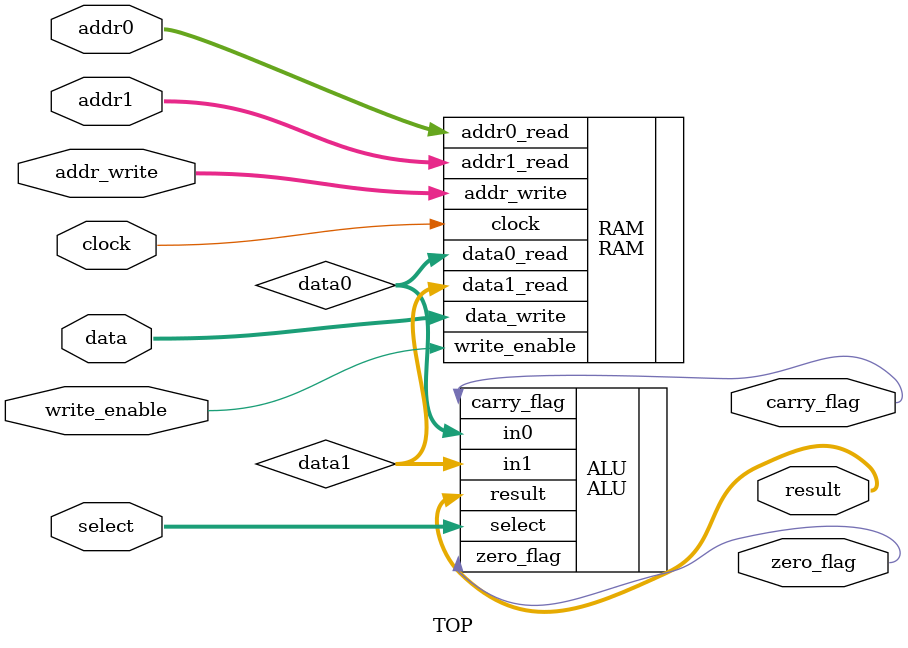
<source format=sv>
`timescale 1ns / 1ps

module TOP
(
    input logic  [7:0] data,
    input logic        clock,
    input logic        write_enable,
    input logic  [3:0] addr_write,
    input logic  [3:0] addr0,
    input logic  [3:0] addr1,
    input logic  [2:0] select,
    output logic [7:0] result,
    output logic       zero_flag,
    output logic       carry_flag
);

logic [7:0] data0;
logic [7:0] data1;

RAM RAM
(
    .clock(clock),
    .data_write(data),
    .addr_write(addr_write),
    .write_enable(write_enable),
    .addr0_read(addr0),
    .addr1_read(addr1),
    .data0_read(data0),
    .data1_read(data1)
);

ALU ALU
(
    .in0(data0),
    .in1(data1),
    .select(select),
    .result(result),
    .zero_flag(zero_flag),
    .carry_flag(carry_flag)
);


endmodule

</source>
